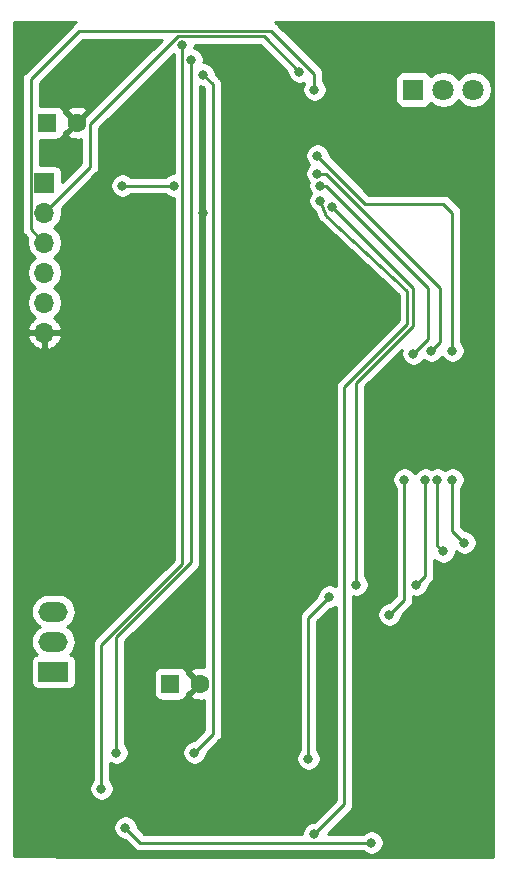
<source format=gbr>
%TF.GenerationSoftware,KiCad,Pcbnew,5.1.9+dfsg1-1*%
%TF.CreationDate,2021-05-25T15:45:51+02:00*%
%TF.ProjectId,vscp-din-wireless-esp32-flat,76736370-2d64-4696-9e2d-776972656c65,rev?*%
%TF.SameCoordinates,Original*%
%TF.FileFunction,Copper,L2,Bot*%
%TF.FilePolarity,Positive*%
%FSLAX46Y46*%
G04 Gerber Fmt 4.6, Leading zero omitted, Abs format (unit mm)*
G04 Created by KiCad (PCBNEW 5.1.9+dfsg1-1) date 2021-05-25 15:45:51*
%MOMM*%
%LPD*%
G01*
G04 APERTURE LIST*
%TA.AperFunction,ComponentPad*%
%ADD10O,2.500000X1.700000*%
%TD*%
%TA.AperFunction,ComponentPad*%
%ADD11R,2.500000X1.700000*%
%TD*%
%TA.AperFunction,ComponentPad*%
%ADD12C,1.600000*%
%TD*%
%TA.AperFunction,ComponentPad*%
%ADD13R,1.600000X1.600000*%
%TD*%
%TA.AperFunction,ComponentPad*%
%ADD14C,1.800000*%
%TD*%
%TA.AperFunction,ComponentPad*%
%ADD15R,1.800000X1.800000*%
%TD*%
%TA.AperFunction,ComponentPad*%
%ADD16O,1.700000X1.700000*%
%TD*%
%TA.AperFunction,ComponentPad*%
%ADD17R,1.700000X1.700000*%
%TD*%
%TA.AperFunction,ViaPad*%
%ADD18C,0.800000*%
%TD*%
%TA.AperFunction,Conductor*%
%ADD19C,0.250000*%
%TD*%
%TA.AperFunction,Conductor*%
%ADD20C,0.254000*%
%TD*%
%TA.AperFunction,Conductor*%
%ADD21C,0.100000*%
%TD*%
G04 APERTURE END LIST*
D10*
%TO.P,U2,3*%
%TO.N,VCC*%
X131064000Y-99568000D03*
%TO.P,U2,2*%
%TO.N,Net-(U2-Pad2)*%
X131064000Y-102108000D03*
D11*
%TO.P,U2,1*%
%TO.N,Net-(C5-Pad1)*%
X131064000Y-104648000D03*
%TD*%
D12*
%TO.P,C5,2*%
%TO.N,GND*%
X143470000Y-105664000D03*
D13*
%TO.P,C5,1*%
%TO.N,Net-(C5-Pad1)*%
X140970000Y-105664000D03*
%TD*%
D14*
%TO.P,D1,3*%
%TO.N,/leda*%
X166624000Y-55372000D03*
%TO.P,D1,2*%
%TO.N,Net-(D1-Pad2)*%
X164084000Y-55372000D03*
D15*
%TO.P,D1,1*%
%TO.N,/ledb*%
X161544000Y-55372000D03*
%TD*%
D12*
%TO.P,C2,2*%
%TO.N,GND*%
X133056000Y-58166000D03*
D13*
%TO.P,C2,1*%
%TO.N,VCC*%
X130556000Y-58166000D03*
%TD*%
D16*
%TO.P,J3,6*%
%TO.N,GND*%
X130302000Y-75946000D03*
%TO.P,J3,5*%
%TO.N,VCC*%
X130302000Y-73406000D03*
%TO.P,J3,4*%
%TO.N,/RESET*%
X130302000Y-70866000D03*
%TO.P,J3,3*%
%TO.N,/RXD*%
X130302000Y-68326000D03*
%TO.P,J3,2*%
%TO.N,/TXD*%
X130302000Y-65786000D03*
D17*
%TO.P,J3,1*%
%TO.N,/FLASH*%
X130302000Y-63246000D03*
%TD*%
D18*
%TO.N,GND*%
X150114000Y-95250000D03*
X138430000Y-75946000D03*
X136906000Y-95758000D03*
X130810000Y-106680000D03*
X133096000Y-52324000D03*
X128270000Y-52070000D03*
X154432000Y-57912000D03*
X143764000Y-65786000D03*
X151384000Y-58928000D03*
X153416000Y-50292000D03*
%TO.N,/sda*%
X143764000Y-54102000D03*
X143002000Y-111506000D03*
%TO.N,/scl*%
X142748000Y-52832000D03*
X136398000Y-111506000D03*
%TO.N,/TXD*%
X151892000Y-53848000D03*
%TO.N,/RXD*%
X153162000Y-55372000D03*
%TO.N,/irq*%
X141986000Y-51562000D03*
X135128000Y-114554000D03*
%TO.N,Net-(R5-Pad1)*%
X141261000Y-63500000D03*
X136906000Y-63500000D03*
%TO.N,Net-(J1-Pad12)*%
X137160000Y-117856000D03*
X157988000Y-119126000D03*
%TO.N,Net-(J1-Pad11)*%
X159512000Y-99822000D03*
X160782000Y-88392000D03*
%TO.N,Net-(J1-Pad10)*%
X154686000Y-65278000D03*
X156718000Y-97282000D03*
X154432000Y-98298000D03*
X152654000Y-112014000D03*
%TO.N,Net-(J1-Pad9)*%
X153670000Y-64770000D03*
X153162000Y-118401000D03*
%TO.N,Net-(J1-Pad14)*%
X165862000Y-93726000D03*
X164846000Y-88392000D03*
X164846000Y-77470000D03*
X153416000Y-60960000D03*
%TO.N,Net-(J1-Pad15)*%
X164079347Y-94483347D03*
X163576000Y-88392000D03*
X163068000Y-77470000D03*
X153416000Y-62484000D03*
%TO.N,Net-(J1-Pad13)*%
X161798000Y-97282000D03*
X162560000Y-88392000D03*
X161544000Y-77724000D03*
X153670000Y-63500000D03*
%TD*%
D19*
%TO.N,/sda*%
X144595001Y-54933001D02*
X144595001Y-109912999D01*
X144595001Y-109912999D02*
X143002000Y-111506000D01*
X143764000Y-54102000D02*
X144595001Y-54933001D01*
%TO.N,/scl*%
X136398000Y-101728410D02*
X136398000Y-111506000D01*
X142748000Y-95378410D02*
X136398000Y-101728410D01*
X142748000Y-52832000D02*
X142748000Y-95378410D01*
%TO.N,/TXD*%
X134181001Y-61906999D02*
X130302000Y-65786000D01*
X134181001Y-58293997D02*
X134181001Y-61906999D01*
X141637999Y-50836999D02*
X134181001Y-58293997D01*
X148880999Y-50836999D02*
X141637999Y-50836999D01*
X151892000Y-53848000D02*
X148880999Y-50836999D01*
%TO.N,/RXD*%
X129126999Y-54515001D02*
X129126999Y-67150999D01*
X133255011Y-50386989D02*
X129126999Y-54515001D01*
X149503991Y-50386989D02*
X133255011Y-50386989D01*
X129126999Y-67150999D02*
X130302000Y-68326000D01*
X153162000Y-54044998D02*
X149503991Y-50386989D01*
X153162000Y-55372000D02*
X153162000Y-54044998D01*
%TO.N,/irq*%
X141986000Y-51562000D02*
X141986000Y-95504000D01*
X135128000Y-102362000D02*
X135128000Y-114554000D01*
X141986000Y-95504000D02*
X135128000Y-102362000D01*
%TO.N,Net-(R5-Pad1)*%
X141261000Y-63500000D02*
X136906000Y-63500000D01*
%TO.N,Net-(J1-Pad12)*%
X138430000Y-119126000D02*
X157988000Y-119126000D01*
X137160000Y-117856000D02*
X138430000Y-119126000D01*
%TO.N,Net-(J1-Pad11)*%
X160782000Y-98552000D02*
X160782000Y-88392000D01*
X159512000Y-99822000D02*
X160782000Y-98552000D01*
%TO.N,Net-(J1-Pad10)*%
X152654000Y-100076000D02*
X152654000Y-112014000D01*
X154432000Y-98298000D02*
X152654000Y-100076000D01*
X156718000Y-80195412D02*
X156718000Y-97282000D01*
X161486009Y-75427403D02*
X156718000Y-80195412D01*
X161486009Y-72136000D02*
X161486009Y-75427403D01*
X154686000Y-65278000D02*
X161486009Y-72136000D01*
%TO.N,Net-(J1-Pad9)*%
X155702000Y-115861000D02*
X153162000Y-118401000D01*
X155702000Y-80575002D02*
X155702000Y-115861000D01*
X159512000Y-76765002D02*
X155702000Y-80575002D01*
X161036000Y-75184000D02*
X159512000Y-76765002D01*
X161036000Y-72413091D02*
X161036000Y-75184000D01*
X154178000Y-66040000D02*
X161036000Y-72413091D01*
X153670000Y-64770000D02*
X154178000Y-66040000D01*
%TO.N,Net-(J1-Pad14)*%
X164846000Y-92710000D02*
X164846000Y-88392000D01*
X165862000Y-93726000D02*
X164846000Y-92710000D01*
X164846000Y-65786000D02*
X164084000Y-65024000D01*
X164846000Y-77470000D02*
X164846000Y-65786000D01*
X157480000Y-65024000D02*
X153416000Y-60960000D01*
X164084000Y-65024000D02*
X157480000Y-65024000D01*
%TO.N,Net-(J1-Pad15)*%
X163576000Y-93980000D02*
X163576000Y-88392000D01*
X164079347Y-94483347D02*
X163576000Y-93980000D01*
X163068000Y-77470000D02*
X163830000Y-76708000D01*
X163830000Y-76708000D02*
X163830000Y-72136000D01*
X154178000Y-62484000D02*
X153416000Y-62484000D01*
X163830000Y-72136000D02*
X154178000Y-62484000D01*
%TO.N,Net-(J1-Pad13)*%
X162560000Y-96520000D02*
X162560000Y-88392000D01*
X161798000Y-97282000D02*
X162560000Y-96520000D01*
X161544000Y-77724000D02*
X162814000Y-76454000D01*
X162814000Y-76454000D02*
X162814000Y-72136000D01*
X162814000Y-72136000D02*
X154178000Y-63500000D01*
X154178000Y-63500000D02*
X153670000Y-63500000D01*
%TD*%
D20*
%TO.N,GND*%
X132830735Y-49752015D02*
X132715010Y-49846988D01*
X132691212Y-49875986D01*
X128616002Y-53951197D01*
X128586998Y-53975000D01*
X128560191Y-54007665D01*
X128492025Y-54090725D01*
X128421454Y-54222754D01*
X128421453Y-54222755D01*
X128377996Y-54366016D01*
X128366999Y-54477669D01*
X128366999Y-54477679D01*
X128363323Y-54515001D01*
X128366999Y-54552323D01*
X128367000Y-67113667D01*
X128363323Y-67150999D01*
X128377997Y-67299984D01*
X128421453Y-67443245D01*
X128492025Y-67575275D01*
X128563200Y-67662001D01*
X128586999Y-67691000D01*
X128615997Y-67714798D01*
X128860791Y-67959592D01*
X128817000Y-68179740D01*
X128817000Y-68472260D01*
X128874068Y-68759158D01*
X128986010Y-69029411D01*
X129148525Y-69272632D01*
X129355368Y-69479475D01*
X129529760Y-69596000D01*
X129355368Y-69712525D01*
X129148525Y-69919368D01*
X128986010Y-70162589D01*
X128874068Y-70432842D01*
X128817000Y-70719740D01*
X128817000Y-71012260D01*
X128874068Y-71299158D01*
X128986010Y-71569411D01*
X129148525Y-71812632D01*
X129355368Y-72019475D01*
X129529760Y-72136000D01*
X129355368Y-72252525D01*
X129148525Y-72459368D01*
X128986010Y-72702589D01*
X128874068Y-72972842D01*
X128817000Y-73259740D01*
X128817000Y-73552260D01*
X128874068Y-73839158D01*
X128986010Y-74109411D01*
X129148525Y-74352632D01*
X129355368Y-74559475D01*
X129537534Y-74681195D01*
X129420645Y-74750822D01*
X129204412Y-74945731D01*
X129030359Y-75179080D01*
X128905175Y-75441901D01*
X128860524Y-75589110D01*
X128981845Y-75819000D01*
X130175000Y-75819000D01*
X130175000Y-75799000D01*
X130429000Y-75799000D01*
X130429000Y-75819000D01*
X131622155Y-75819000D01*
X131743476Y-75589110D01*
X131698825Y-75441901D01*
X131573641Y-75179080D01*
X131399588Y-74945731D01*
X131183355Y-74750822D01*
X131066466Y-74681195D01*
X131248632Y-74559475D01*
X131455475Y-74352632D01*
X131617990Y-74109411D01*
X131729932Y-73839158D01*
X131787000Y-73552260D01*
X131787000Y-73259740D01*
X131729932Y-72972842D01*
X131617990Y-72702589D01*
X131455475Y-72459368D01*
X131248632Y-72252525D01*
X131074240Y-72136000D01*
X131248632Y-72019475D01*
X131455475Y-71812632D01*
X131617990Y-71569411D01*
X131729932Y-71299158D01*
X131787000Y-71012260D01*
X131787000Y-70719740D01*
X131729932Y-70432842D01*
X131617990Y-70162589D01*
X131455475Y-69919368D01*
X131248632Y-69712525D01*
X131074240Y-69596000D01*
X131248632Y-69479475D01*
X131455475Y-69272632D01*
X131617990Y-69029411D01*
X131729932Y-68759158D01*
X131787000Y-68472260D01*
X131787000Y-68179740D01*
X131729932Y-67892842D01*
X131617990Y-67622589D01*
X131455475Y-67379368D01*
X131248632Y-67172525D01*
X131074240Y-67056000D01*
X131248632Y-66939475D01*
X131455475Y-66732632D01*
X131617990Y-66489411D01*
X131729932Y-66219158D01*
X131787000Y-65932260D01*
X131787000Y-65639740D01*
X131743209Y-65419592D01*
X134692004Y-62470798D01*
X134721002Y-62447000D01*
X134815975Y-62331275D01*
X134886547Y-62199246D01*
X134930004Y-62055985D01*
X134941001Y-61944332D01*
X134941001Y-61944322D01*
X134944677Y-61906999D01*
X134941001Y-61869676D01*
X134941001Y-58608798D01*
X141226000Y-52323800D01*
X141226000Y-62465000D01*
X141159061Y-62465000D01*
X140959102Y-62504774D01*
X140770744Y-62582795D01*
X140601226Y-62696063D01*
X140557289Y-62740000D01*
X137609711Y-62740000D01*
X137565774Y-62696063D01*
X137396256Y-62582795D01*
X137207898Y-62504774D01*
X137007939Y-62465000D01*
X136804061Y-62465000D01*
X136604102Y-62504774D01*
X136415744Y-62582795D01*
X136246226Y-62696063D01*
X136102063Y-62840226D01*
X135988795Y-63009744D01*
X135910774Y-63198102D01*
X135871000Y-63398061D01*
X135871000Y-63601939D01*
X135910774Y-63801898D01*
X135988795Y-63990256D01*
X136102063Y-64159774D01*
X136246226Y-64303937D01*
X136415744Y-64417205D01*
X136604102Y-64495226D01*
X136804061Y-64535000D01*
X137007939Y-64535000D01*
X137207898Y-64495226D01*
X137396256Y-64417205D01*
X137565774Y-64303937D01*
X137609711Y-64260000D01*
X140557289Y-64260000D01*
X140601226Y-64303937D01*
X140770744Y-64417205D01*
X140959102Y-64495226D01*
X141159061Y-64535000D01*
X141226000Y-64535000D01*
X141226001Y-95189197D01*
X134617003Y-101798196D01*
X134587999Y-101821999D01*
X134542537Y-101877395D01*
X134493026Y-101937724D01*
X134448698Y-102020656D01*
X134422454Y-102069754D01*
X134378997Y-102213015D01*
X134368000Y-102324668D01*
X134368000Y-102324678D01*
X134364324Y-102362000D01*
X134368000Y-102399322D01*
X134368001Y-113850288D01*
X134324063Y-113894226D01*
X134210795Y-114063744D01*
X134132774Y-114252102D01*
X134093000Y-114452061D01*
X134093000Y-114655939D01*
X134132774Y-114855898D01*
X134210795Y-115044256D01*
X134324063Y-115213774D01*
X134468226Y-115357937D01*
X134637744Y-115471205D01*
X134826102Y-115549226D01*
X135026061Y-115589000D01*
X135229939Y-115589000D01*
X135429898Y-115549226D01*
X135618256Y-115471205D01*
X135787774Y-115357937D01*
X135931937Y-115213774D01*
X136045205Y-115044256D01*
X136123226Y-114855898D01*
X136163000Y-114655939D01*
X136163000Y-114452061D01*
X136123226Y-114252102D01*
X136045205Y-114063744D01*
X135931937Y-113894226D01*
X135888000Y-113850289D01*
X135888000Y-112410013D01*
X135907744Y-112423205D01*
X136096102Y-112501226D01*
X136296061Y-112541000D01*
X136499939Y-112541000D01*
X136699898Y-112501226D01*
X136888256Y-112423205D01*
X137057774Y-112309937D01*
X137201937Y-112165774D01*
X137315205Y-111996256D01*
X137393226Y-111807898D01*
X137433000Y-111607939D01*
X137433000Y-111404061D01*
X137393226Y-111204102D01*
X137315205Y-111015744D01*
X137201937Y-110846226D01*
X137158000Y-110802289D01*
X137158000Y-104864000D01*
X139531928Y-104864000D01*
X139531928Y-106464000D01*
X139544188Y-106588482D01*
X139580498Y-106708180D01*
X139639463Y-106818494D01*
X139718815Y-106915185D01*
X139815506Y-106994537D01*
X139925820Y-107053502D01*
X140045518Y-107089812D01*
X140170000Y-107102072D01*
X141770000Y-107102072D01*
X141894482Y-107089812D01*
X142014180Y-107053502D01*
X142124494Y-106994537D01*
X142221185Y-106915185D01*
X142300537Y-106818494D01*
X142359502Y-106708180D01*
X142395812Y-106588482D01*
X142408072Y-106464000D01*
X142408072Y-106456785D01*
X142477298Y-106477097D01*
X143290395Y-105664000D01*
X142477298Y-104850903D01*
X142408072Y-104871215D01*
X142408072Y-104864000D01*
X142395812Y-104739518D01*
X142359502Y-104619820D01*
X142300537Y-104509506D01*
X142221185Y-104412815D01*
X142124494Y-104333463D01*
X142014180Y-104274498D01*
X141894482Y-104238188D01*
X141770000Y-104225928D01*
X140170000Y-104225928D01*
X140045518Y-104238188D01*
X139925820Y-104274498D01*
X139815506Y-104333463D01*
X139718815Y-104412815D01*
X139639463Y-104509506D01*
X139580498Y-104619820D01*
X139544188Y-104739518D01*
X139531928Y-104864000D01*
X137158000Y-104864000D01*
X137158000Y-102043211D01*
X143259003Y-95942209D01*
X143288001Y-95918411D01*
X143315399Y-95885026D01*
X143382974Y-95802687D01*
X143453546Y-95670657D01*
X143492775Y-95541333D01*
X143497003Y-95527396D01*
X143508000Y-95415743D01*
X143508000Y-95415734D01*
X143511676Y-95378411D01*
X143508000Y-95341088D01*
X143508000Y-55106356D01*
X143662061Y-55137000D01*
X143724198Y-55137000D01*
X143835001Y-55247803D01*
X143835002Y-104276098D01*
X143681816Y-104237700D01*
X143399488Y-104223783D01*
X143119870Y-104265213D01*
X142853708Y-104360397D01*
X142728486Y-104427329D01*
X142656903Y-104671298D01*
X143470000Y-105484395D01*
X143484143Y-105470253D01*
X143663748Y-105649858D01*
X143649605Y-105664000D01*
X143663748Y-105678143D01*
X143484143Y-105857748D01*
X143470000Y-105843605D01*
X142656903Y-106656702D01*
X142728486Y-106900671D01*
X142983996Y-107021571D01*
X143258184Y-107090300D01*
X143540512Y-107104217D01*
X143820130Y-107062787D01*
X143835002Y-107057469D01*
X143835002Y-109598196D01*
X142962199Y-110471000D01*
X142900061Y-110471000D01*
X142700102Y-110510774D01*
X142511744Y-110588795D01*
X142342226Y-110702063D01*
X142198063Y-110846226D01*
X142084795Y-111015744D01*
X142006774Y-111204102D01*
X141967000Y-111404061D01*
X141967000Y-111607939D01*
X142006774Y-111807898D01*
X142084795Y-111996256D01*
X142198063Y-112165774D01*
X142342226Y-112309937D01*
X142511744Y-112423205D01*
X142700102Y-112501226D01*
X142900061Y-112541000D01*
X143103939Y-112541000D01*
X143303898Y-112501226D01*
X143492256Y-112423205D01*
X143661774Y-112309937D01*
X143805937Y-112165774D01*
X143919205Y-111996256D01*
X143997226Y-111807898D01*
X144037000Y-111607939D01*
X144037000Y-111545801D01*
X145106004Y-110476798D01*
X145135002Y-110453000D01*
X145229975Y-110337275D01*
X145300547Y-110205246D01*
X145344004Y-110061985D01*
X145355001Y-109950332D01*
X145358678Y-109912999D01*
X145355001Y-109875666D01*
X145355001Y-54970324D01*
X145358677Y-54933001D01*
X145355001Y-54895678D01*
X145355001Y-54895668D01*
X145344004Y-54784015D01*
X145300547Y-54640754D01*
X145285004Y-54611676D01*
X145229975Y-54508724D01*
X145158800Y-54421998D01*
X145135002Y-54393000D01*
X145106005Y-54369203D01*
X144799000Y-54062198D01*
X144799000Y-54000061D01*
X144759226Y-53800102D01*
X144681205Y-53611744D01*
X144567937Y-53442226D01*
X144423774Y-53298063D01*
X144254256Y-53184795D01*
X144065898Y-53106774D01*
X143865939Y-53067000D01*
X143756533Y-53067000D01*
X143783000Y-52933939D01*
X143783000Y-52730061D01*
X143743226Y-52530102D01*
X143665205Y-52341744D01*
X143551937Y-52172226D01*
X143407774Y-52028063D01*
X143238256Y-51914795D01*
X143049898Y-51836774D01*
X142989030Y-51824667D01*
X143021000Y-51663939D01*
X143021000Y-51596999D01*
X148566198Y-51596999D01*
X150857000Y-53887803D01*
X150857000Y-53949939D01*
X150896774Y-54149898D01*
X150974795Y-54338256D01*
X151088063Y-54507774D01*
X151232226Y-54651937D01*
X151401744Y-54765205D01*
X151590102Y-54843226D01*
X151790061Y-54883000D01*
X151993939Y-54883000D01*
X152193898Y-54843226D01*
X152299859Y-54799335D01*
X152244795Y-54881744D01*
X152166774Y-55070102D01*
X152127000Y-55270061D01*
X152127000Y-55473939D01*
X152166774Y-55673898D01*
X152244795Y-55862256D01*
X152358063Y-56031774D01*
X152502226Y-56175937D01*
X152671744Y-56289205D01*
X152860102Y-56367226D01*
X153060061Y-56407000D01*
X153263939Y-56407000D01*
X153463898Y-56367226D01*
X153652256Y-56289205D01*
X153821774Y-56175937D01*
X153965937Y-56031774D01*
X154079205Y-55862256D01*
X154157226Y-55673898D01*
X154197000Y-55473939D01*
X154197000Y-55270061D01*
X154157226Y-55070102D01*
X154079205Y-54881744D01*
X153965937Y-54712226D01*
X153922000Y-54668289D01*
X153922000Y-54472000D01*
X160005928Y-54472000D01*
X160005928Y-56272000D01*
X160018188Y-56396482D01*
X160054498Y-56516180D01*
X160113463Y-56626494D01*
X160192815Y-56723185D01*
X160289506Y-56802537D01*
X160399820Y-56861502D01*
X160519518Y-56897812D01*
X160644000Y-56910072D01*
X162444000Y-56910072D01*
X162568482Y-56897812D01*
X162688180Y-56861502D01*
X162798494Y-56802537D01*
X162895185Y-56723185D01*
X162974537Y-56626494D01*
X163033502Y-56516180D01*
X163039056Y-56497873D01*
X163105495Y-56564312D01*
X163356905Y-56732299D01*
X163636257Y-56848011D01*
X163932816Y-56907000D01*
X164235184Y-56907000D01*
X164531743Y-56848011D01*
X164811095Y-56732299D01*
X165062505Y-56564312D01*
X165276312Y-56350505D01*
X165354000Y-56234237D01*
X165431688Y-56350505D01*
X165645495Y-56564312D01*
X165896905Y-56732299D01*
X166176257Y-56848011D01*
X166472816Y-56907000D01*
X166775184Y-56907000D01*
X167071743Y-56848011D01*
X167351095Y-56732299D01*
X167602505Y-56564312D01*
X167816312Y-56350505D01*
X167984299Y-56099095D01*
X168100011Y-55819743D01*
X168159000Y-55523184D01*
X168159000Y-55220816D01*
X168100011Y-54924257D01*
X167984299Y-54644905D01*
X167816312Y-54393495D01*
X167602505Y-54179688D01*
X167351095Y-54011701D01*
X167071743Y-53895989D01*
X166775184Y-53837000D01*
X166472816Y-53837000D01*
X166176257Y-53895989D01*
X165896905Y-54011701D01*
X165645495Y-54179688D01*
X165431688Y-54393495D01*
X165354000Y-54509763D01*
X165276312Y-54393495D01*
X165062505Y-54179688D01*
X164811095Y-54011701D01*
X164531743Y-53895989D01*
X164235184Y-53837000D01*
X163932816Y-53837000D01*
X163636257Y-53895989D01*
X163356905Y-54011701D01*
X163105495Y-54179688D01*
X163039056Y-54246127D01*
X163033502Y-54227820D01*
X162974537Y-54117506D01*
X162895185Y-54020815D01*
X162798494Y-53941463D01*
X162688180Y-53882498D01*
X162568482Y-53846188D01*
X162444000Y-53833928D01*
X160644000Y-53833928D01*
X160519518Y-53846188D01*
X160399820Y-53882498D01*
X160289506Y-53941463D01*
X160192815Y-54020815D01*
X160113463Y-54117506D01*
X160054498Y-54227820D01*
X160018188Y-54347518D01*
X160005928Y-54472000D01*
X153922000Y-54472000D01*
X153922000Y-54082321D01*
X153925676Y-54044998D01*
X153922000Y-54007675D01*
X153922000Y-54007665D01*
X153911003Y-53896012D01*
X153867546Y-53752751D01*
X153805107Y-53635937D01*
X153796974Y-53620721D01*
X153725799Y-53533995D01*
X153702001Y-53504997D01*
X153673003Y-53481199D01*
X150067795Y-49875992D01*
X150043992Y-49846988D01*
X149928267Y-49752015D01*
X149802893Y-49685000D01*
X168315001Y-49685000D01*
X168315000Y-120315000D01*
X134798391Y-120315000D01*
X127685000Y-120271626D01*
X127685000Y-117754061D01*
X136125000Y-117754061D01*
X136125000Y-117957939D01*
X136164774Y-118157898D01*
X136242795Y-118346256D01*
X136356063Y-118515774D01*
X136500226Y-118659937D01*
X136669744Y-118773205D01*
X136858102Y-118851226D01*
X137058061Y-118891000D01*
X137120199Y-118891000D01*
X137866201Y-119637003D01*
X137889999Y-119666001D01*
X138005724Y-119760974D01*
X138137753Y-119831546D01*
X138281014Y-119875003D01*
X138392667Y-119886000D01*
X138392676Y-119886000D01*
X138429999Y-119889676D01*
X138467322Y-119886000D01*
X157284289Y-119886000D01*
X157328226Y-119929937D01*
X157497744Y-120043205D01*
X157686102Y-120121226D01*
X157886061Y-120161000D01*
X158089939Y-120161000D01*
X158289898Y-120121226D01*
X158478256Y-120043205D01*
X158647774Y-119929937D01*
X158791937Y-119785774D01*
X158905205Y-119616256D01*
X158983226Y-119427898D01*
X159023000Y-119227939D01*
X159023000Y-119024061D01*
X158983226Y-118824102D01*
X158905205Y-118635744D01*
X158791937Y-118466226D01*
X158647774Y-118322063D01*
X158478256Y-118208795D01*
X158289898Y-118130774D01*
X158089939Y-118091000D01*
X157886061Y-118091000D01*
X157686102Y-118130774D01*
X157497744Y-118208795D01*
X157328226Y-118322063D01*
X157284289Y-118366000D01*
X154271801Y-118366000D01*
X156213008Y-116424795D01*
X156242001Y-116401001D01*
X156265795Y-116372008D01*
X156265799Y-116372004D01*
X156336973Y-116285277D01*
X156336974Y-116285276D01*
X156407546Y-116153247D01*
X156451003Y-116009986D01*
X156462000Y-115898333D01*
X156462000Y-115898324D01*
X156465676Y-115861001D01*
X156462000Y-115823678D01*
X156462000Y-99720061D01*
X158477000Y-99720061D01*
X158477000Y-99923939D01*
X158516774Y-100123898D01*
X158594795Y-100312256D01*
X158708063Y-100481774D01*
X158852226Y-100625937D01*
X159021744Y-100739205D01*
X159210102Y-100817226D01*
X159410061Y-100857000D01*
X159613939Y-100857000D01*
X159813898Y-100817226D01*
X160002256Y-100739205D01*
X160171774Y-100625937D01*
X160315937Y-100481774D01*
X160429205Y-100312256D01*
X160507226Y-100123898D01*
X160547000Y-99923939D01*
X160547000Y-99861801D01*
X161293004Y-99115798D01*
X161322001Y-99092001D01*
X161416974Y-98976276D01*
X161487546Y-98844247D01*
X161531003Y-98700986D01*
X161542000Y-98589333D01*
X161542000Y-98589324D01*
X161545676Y-98552001D01*
X161542000Y-98514678D01*
X161542000Y-98286356D01*
X161696061Y-98317000D01*
X161899939Y-98317000D01*
X162099898Y-98277226D01*
X162288256Y-98199205D01*
X162457774Y-98085937D01*
X162601937Y-97941774D01*
X162715205Y-97772256D01*
X162793226Y-97583898D01*
X162833000Y-97383939D01*
X162833000Y-97321802D01*
X163071004Y-97083798D01*
X163100001Y-97060001D01*
X163194974Y-96944276D01*
X163265546Y-96812247D01*
X163309003Y-96668986D01*
X163320000Y-96557333D01*
X163320000Y-96557325D01*
X163323676Y-96520000D01*
X163320000Y-96482675D01*
X163320000Y-95187711D01*
X163419573Y-95287284D01*
X163589091Y-95400552D01*
X163777449Y-95478573D01*
X163977408Y-95518347D01*
X164181286Y-95518347D01*
X164381245Y-95478573D01*
X164569603Y-95400552D01*
X164739121Y-95287284D01*
X164883284Y-95143121D01*
X164996552Y-94973603D01*
X165074573Y-94785245D01*
X165114347Y-94585286D01*
X165114347Y-94442058D01*
X165202226Y-94529937D01*
X165371744Y-94643205D01*
X165560102Y-94721226D01*
X165760061Y-94761000D01*
X165963939Y-94761000D01*
X166163898Y-94721226D01*
X166352256Y-94643205D01*
X166521774Y-94529937D01*
X166665937Y-94385774D01*
X166779205Y-94216256D01*
X166857226Y-94027898D01*
X166897000Y-93827939D01*
X166897000Y-93624061D01*
X166857226Y-93424102D01*
X166779205Y-93235744D01*
X166665937Y-93066226D01*
X166521774Y-92922063D01*
X166352256Y-92808795D01*
X166163898Y-92730774D01*
X165963939Y-92691000D01*
X165901802Y-92691000D01*
X165606000Y-92395199D01*
X165606000Y-89095711D01*
X165649937Y-89051774D01*
X165763205Y-88882256D01*
X165841226Y-88693898D01*
X165881000Y-88493939D01*
X165881000Y-88290061D01*
X165841226Y-88090102D01*
X165763205Y-87901744D01*
X165649937Y-87732226D01*
X165505774Y-87588063D01*
X165336256Y-87474795D01*
X165147898Y-87396774D01*
X164947939Y-87357000D01*
X164744061Y-87357000D01*
X164544102Y-87396774D01*
X164355744Y-87474795D01*
X164211000Y-87571510D01*
X164066256Y-87474795D01*
X163877898Y-87396774D01*
X163677939Y-87357000D01*
X163474061Y-87357000D01*
X163274102Y-87396774D01*
X163085744Y-87474795D01*
X163068000Y-87486651D01*
X163050256Y-87474795D01*
X162861898Y-87396774D01*
X162661939Y-87357000D01*
X162458061Y-87357000D01*
X162258102Y-87396774D01*
X162069744Y-87474795D01*
X161900226Y-87588063D01*
X161756063Y-87732226D01*
X161671000Y-87859532D01*
X161585937Y-87732226D01*
X161441774Y-87588063D01*
X161272256Y-87474795D01*
X161083898Y-87396774D01*
X160883939Y-87357000D01*
X160680061Y-87357000D01*
X160480102Y-87396774D01*
X160291744Y-87474795D01*
X160122226Y-87588063D01*
X159978063Y-87732226D01*
X159864795Y-87901744D01*
X159786774Y-88090102D01*
X159747000Y-88290061D01*
X159747000Y-88493939D01*
X159786774Y-88693898D01*
X159864795Y-88882256D01*
X159978063Y-89051774D01*
X160022001Y-89095712D01*
X160022000Y-98237198D01*
X159472199Y-98787000D01*
X159410061Y-98787000D01*
X159210102Y-98826774D01*
X159021744Y-98904795D01*
X158852226Y-99018063D01*
X158708063Y-99162226D01*
X158594795Y-99331744D01*
X158516774Y-99520102D01*
X158477000Y-99720061D01*
X156462000Y-99720061D01*
X156462000Y-98286356D01*
X156616061Y-98317000D01*
X156819939Y-98317000D01*
X157019898Y-98277226D01*
X157208256Y-98199205D01*
X157377774Y-98085937D01*
X157521937Y-97941774D01*
X157635205Y-97772256D01*
X157713226Y-97583898D01*
X157753000Y-97383939D01*
X157753000Y-97180061D01*
X157713226Y-96980102D01*
X157635205Y-96791744D01*
X157521937Y-96622226D01*
X157478000Y-96578289D01*
X157478000Y-80510213D01*
X160544469Y-77443745D01*
X160509000Y-77622061D01*
X160509000Y-77825939D01*
X160548774Y-78025898D01*
X160626795Y-78214256D01*
X160740063Y-78383774D01*
X160884226Y-78527937D01*
X161053744Y-78641205D01*
X161242102Y-78719226D01*
X161442061Y-78759000D01*
X161645939Y-78759000D01*
X161845898Y-78719226D01*
X162034256Y-78641205D01*
X162203774Y-78527937D01*
X162347937Y-78383774D01*
X162417284Y-78279989D01*
X162577744Y-78387205D01*
X162766102Y-78465226D01*
X162966061Y-78505000D01*
X163169939Y-78505000D01*
X163369898Y-78465226D01*
X163558256Y-78387205D01*
X163727774Y-78273937D01*
X163871937Y-78129774D01*
X163957000Y-78002468D01*
X164042063Y-78129774D01*
X164186226Y-78273937D01*
X164355744Y-78387205D01*
X164544102Y-78465226D01*
X164744061Y-78505000D01*
X164947939Y-78505000D01*
X165147898Y-78465226D01*
X165336256Y-78387205D01*
X165505774Y-78273937D01*
X165649937Y-78129774D01*
X165763205Y-77960256D01*
X165841226Y-77771898D01*
X165881000Y-77571939D01*
X165881000Y-77368061D01*
X165841226Y-77168102D01*
X165763205Y-76979744D01*
X165649937Y-76810226D01*
X165606000Y-76766289D01*
X165606000Y-65823325D01*
X165609676Y-65786000D01*
X165606000Y-65748675D01*
X165606000Y-65748667D01*
X165595003Y-65637014D01*
X165551546Y-65493753D01*
X165480974Y-65361724D01*
X165386001Y-65245999D01*
X165357002Y-65222201D01*
X164647803Y-64513002D01*
X164624001Y-64483999D01*
X164508276Y-64389026D01*
X164376247Y-64318454D01*
X164232986Y-64274997D01*
X164121333Y-64264000D01*
X164121322Y-64264000D01*
X164084000Y-64260324D01*
X164046678Y-64264000D01*
X157794802Y-64264000D01*
X154451000Y-60920199D01*
X154451000Y-60858061D01*
X154411226Y-60658102D01*
X154333205Y-60469744D01*
X154219937Y-60300226D01*
X154075774Y-60156063D01*
X153906256Y-60042795D01*
X153717898Y-59964774D01*
X153517939Y-59925000D01*
X153314061Y-59925000D01*
X153114102Y-59964774D01*
X152925744Y-60042795D01*
X152756226Y-60156063D01*
X152612063Y-60300226D01*
X152498795Y-60469744D01*
X152420774Y-60658102D01*
X152381000Y-60858061D01*
X152381000Y-61061939D01*
X152420774Y-61261898D01*
X152498795Y-61450256D01*
X152612063Y-61619774D01*
X152714289Y-61722000D01*
X152612063Y-61824226D01*
X152498795Y-61993744D01*
X152420774Y-62182102D01*
X152381000Y-62382061D01*
X152381000Y-62585939D01*
X152420774Y-62785898D01*
X152498795Y-62974256D01*
X152612063Y-63143774D01*
X152673383Y-63205094D01*
X152635000Y-63398061D01*
X152635000Y-63601939D01*
X152674774Y-63801898D01*
X152752795Y-63990256D01*
X152849510Y-64135000D01*
X152752795Y-64279744D01*
X152674774Y-64468102D01*
X152635000Y-64668061D01*
X152635000Y-64871939D01*
X152674774Y-65071898D01*
X152752795Y-65260256D01*
X152866063Y-65429774D01*
X153010226Y-65573937D01*
X153179744Y-65687205D01*
X153226002Y-65706366D01*
X153465395Y-66304850D01*
X153483631Y-66357890D01*
X153511976Y-66406545D01*
X153537901Y-66456502D01*
X153549579Y-66471091D01*
X153558991Y-66487247D01*
X153596275Y-66529428D01*
X153631455Y-66573377D01*
X153674383Y-66609492D01*
X160276000Y-72744329D01*
X160276001Y-74877338D01*
X158969662Y-76232538D01*
X155191003Y-80011198D01*
X155161999Y-80035001D01*
X155106871Y-80102176D01*
X155067026Y-80150726D01*
X155043141Y-80195412D01*
X154996454Y-80282756D01*
X154952997Y-80426017D01*
X154942000Y-80537670D01*
X154942000Y-80537680D01*
X154938324Y-80575002D01*
X154942000Y-80612324D01*
X154942000Y-97393988D01*
X154922256Y-97380795D01*
X154733898Y-97302774D01*
X154533939Y-97263000D01*
X154330061Y-97263000D01*
X154130102Y-97302774D01*
X153941744Y-97380795D01*
X153772226Y-97494063D01*
X153628063Y-97638226D01*
X153514795Y-97807744D01*
X153436774Y-97996102D01*
X153397000Y-98196061D01*
X153397000Y-98258198D01*
X152143003Y-99512196D01*
X152113999Y-99535999D01*
X152087737Y-99568000D01*
X152019026Y-99651724D01*
X152007646Y-99673015D01*
X151948454Y-99783754D01*
X151904997Y-99927015D01*
X151894000Y-100038668D01*
X151894000Y-100038678D01*
X151890324Y-100076000D01*
X151894000Y-100113322D01*
X151894001Y-111310288D01*
X151850063Y-111354226D01*
X151736795Y-111523744D01*
X151658774Y-111712102D01*
X151619000Y-111912061D01*
X151619000Y-112115939D01*
X151658774Y-112315898D01*
X151736795Y-112504256D01*
X151850063Y-112673774D01*
X151994226Y-112817937D01*
X152163744Y-112931205D01*
X152352102Y-113009226D01*
X152552061Y-113049000D01*
X152755939Y-113049000D01*
X152955898Y-113009226D01*
X153144256Y-112931205D01*
X153313774Y-112817937D01*
X153457937Y-112673774D01*
X153571205Y-112504256D01*
X153649226Y-112315898D01*
X153689000Y-112115939D01*
X153689000Y-111912061D01*
X153649226Y-111712102D01*
X153571205Y-111523744D01*
X153457937Y-111354226D01*
X153414000Y-111310289D01*
X153414000Y-100390801D01*
X154471802Y-99333000D01*
X154533939Y-99333000D01*
X154733898Y-99293226D01*
X154922256Y-99215205D01*
X154942001Y-99202012D01*
X154942001Y-115546196D01*
X153122199Y-117366000D01*
X153060061Y-117366000D01*
X152860102Y-117405774D01*
X152671744Y-117483795D01*
X152502226Y-117597063D01*
X152358063Y-117741226D01*
X152244795Y-117910744D01*
X152166774Y-118099102D01*
X152127000Y-118299061D01*
X152127000Y-118366000D01*
X138744802Y-118366000D01*
X138195000Y-117816199D01*
X138195000Y-117754061D01*
X138155226Y-117554102D01*
X138077205Y-117365744D01*
X137963937Y-117196226D01*
X137819774Y-117052063D01*
X137650256Y-116938795D01*
X137461898Y-116860774D01*
X137261939Y-116821000D01*
X137058061Y-116821000D01*
X136858102Y-116860774D01*
X136669744Y-116938795D01*
X136500226Y-117052063D01*
X136356063Y-117196226D01*
X136242795Y-117365744D01*
X136164774Y-117554102D01*
X136125000Y-117754061D01*
X127685000Y-117754061D01*
X127685000Y-99568000D01*
X129171815Y-99568000D01*
X129200487Y-99859111D01*
X129285401Y-100139034D01*
X129423294Y-100397014D01*
X129608866Y-100623134D01*
X129834986Y-100808706D01*
X129889791Y-100838000D01*
X129834986Y-100867294D01*
X129608866Y-101052866D01*
X129423294Y-101278986D01*
X129285401Y-101536966D01*
X129200487Y-101816889D01*
X129171815Y-102108000D01*
X129200487Y-102399111D01*
X129285401Y-102679034D01*
X129423294Y-102937014D01*
X129608866Y-103163134D01*
X129638687Y-103187607D01*
X129569820Y-103208498D01*
X129459506Y-103267463D01*
X129362815Y-103346815D01*
X129283463Y-103443506D01*
X129224498Y-103553820D01*
X129188188Y-103673518D01*
X129175928Y-103798000D01*
X129175928Y-105498000D01*
X129188188Y-105622482D01*
X129224498Y-105742180D01*
X129283463Y-105852494D01*
X129362815Y-105949185D01*
X129459506Y-106028537D01*
X129569820Y-106087502D01*
X129689518Y-106123812D01*
X129814000Y-106136072D01*
X132314000Y-106136072D01*
X132438482Y-106123812D01*
X132558180Y-106087502D01*
X132668494Y-106028537D01*
X132765185Y-105949185D01*
X132844537Y-105852494D01*
X132903502Y-105742180D01*
X132939812Y-105622482D01*
X132952072Y-105498000D01*
X132952072Y-103798000D01*
X132939812Y-103673518D01*
X132903502Y-103553820D01*
X132844537Y-103443506D01*
X132765185Y-103346815D01*
X132668494Y-103267463D01*
X132558180Y-103208498D01*
X132489313Y-103187607D01*
X132519134Y-103163134D01*
X132704706Y-102937014D01*
X132842599Y-102679034D01*
X132927513Y-102399111D01*
X132956185Y-102108000D01*
X132927513Y-101816889D01*
X132842599Y-101536966D01*
X132704706Y-101278986D01*
X132519134Y-101052866D01*
X132293014Y-100867294D01*
X132238209Y-100838000D01*
X132293014Y-100808706D01*
X132519134Y-100623134D01*
X132704706Y-100397014D01*
X132842599Y-100139034D01*
X132927513Y-99859111D01*
X132956185Y-99568000D01*
X132927513Y-99276889D01*
X132842599Y-98996966D01*
X132704706Y-98738986D01*
X132519134Y-98512866D01*
X132293014Y-98327294D01*
X132035034Y-98189401D01*
X131755111Y-98104487D01*
X131536950Y-98083000D01*
X130591050Y-98083000D01*
X130372889Y-98104487D01*
X130092966Y-98189401D01*
X129834986Y-98327294D01*
X129608866Y-98512866D01*
X129423294Y-98738986D01*
X129285401Y-98996966D01*
X129200487Y-99276889D01*
X129171815Y-99568000D01*
X127685000Y-99568000D01*
X127685000Y-76302890D01*
X128860524Y-76302890D01*
X128905175Y-76450099D01*
X129030359Y-76712920D01*
X129204412Y-76946269D01*
X129420645Y-77141178D01*
X129670748Y-77290157D01*
X129945109Y-77387481D01*
X130175000Y-77266814D01*
X130175000Y-76073000D01*
X130429000Y-76073000D01*
X130429000Y-77266814D01*
X130658891Y-77387481D01*
X130933252Y-77290157D01*
X131183355Y-77141178D01*
X131399588Y-76946269D01*
X131573641Y-76712920D01*
X131698825Y-76450099D01*
X131743476Y-76302890D01*
X131622155Y-76073000D01*
X130429000Y-76073000D01*
X130175000Y-76073000D01*
X128981845Y-76073000D01*
X128860524Y-76302890D01*
X127685000Y-76302890D01*
X127685000Y-49685000D01*
X132956109Y-49685000D01*
X132830735Y-49752015D01*
%TA.AperFunction,Conductor*%
D21*
G36*
X132830735Y-49752015D02*
G01*
X132715010Y-49846988D01*
X132691212Y-49875986D01*
X128616002Y-53951197D01*
X128586998Y-53975000D01*
X128560191Y-54007665D01*
X128492025Y-54090725D01*
X128421454Y-54222754D01*
X128421453Y-54222755D01*
X128377996Y-54366016D01*
X128366999Y-54477669D01*
X128366999Y-54477679D01*
X128363323Y-54515001D01*
X128366999Y-54552323D01*
X128367000Y-67113667D01*
X128363323Y-67150999D01*
X128377997Y-67299984D01*
X128421453Y-67443245D01*
X128492025Y-67575275D01*
X128563200Y-67662001D01*
X128586999Y-67691000D01*
X128615997Y-67714798D01*
X128860791Y-67959592D01*
X128817000Y-68179740D01*
X128817000Y-68472260D01*
X128874068Y-68759158D01*
X128986010Y-69029411D01*
X129148525Y-69272632D01*
X129355368Y-69479475D01*
X129529760Y-69596000D01*
X129355368Y-69712525D01*
X129148525Y-69919368D01*
X128986010Y-70162589D01*
X128874068Y-70432842D01*
X128817000Y-70719740D01*
X128817000Y-71012260D01*
X128874068Y-71299158D01*
X128986010Y-71569411D01*
X129148525Y-71812632D01*
X129355368Y-72019475D01*
X129529760Y-72136000D01*
X129355368Y-72252525D01*
X129148525Y-72459368D01*
X128986010Y-72702589D01*
X128874068Y-72972842D01*
X128817000Y-73259740D01*
X128817000Y-73552260D01*
X128874068Y-73839158D01*
X128986010Y-74109411D01*
X129148525Y-74352632D01*
X129355368Y-74559475D01*
X129537534Y-74681195D01*
X129420645Y-74750822D01*
X129204412Y-74945731D01*
X129030359Y-75179080D01*
X128905175Y-75441901D01*
X128860524Y-75589110D01*
X128981845Y-75819000D01*
X130175000Y-75819000D01*
X130175000Y-75799000D01*
X130429000Y-75799000D01*
X130429000Y-75819000D01*
X131622155Y-75819000D01*
X131743476Y-75589110D01*
X131698825Y-75441901D01*
X131573641Y-75179080D01*
X131399588Y-74945731D01*
X131183355Y-74750822D01*
X131066466Y-74681195D01*
X131248632Y-74559475D01*
X131455475Y-74352632D01*
X131617990Y-74109411D01*
X131729932Y-73839158D01*
X131787000Y-73552260D01*
X131787000Y-73259740D01*
X131729932Y-72972842D01*
X131617990Y-72702589D01*
X131455475Y-72459368D01*
X131248632Y-72252525D01*
X131074240Y-72136000D01*
X131248632Y-72019475D01*
X131455475Y-71812632D01*
X131617990Y-71569411D01*
X131729932Y-71299158D01*
X131787000Y-71012260D01*
X131787000Y-70719740D01*
X131729932Y-70432842D01*
X131617990Y-70162589D01*
X131455475Y-69919368D01*
X131248632Y-69712525D01*
X131074240Y-69596000D01*
X131248632Y-69479475D01*
X131455475Y-69272632D01*
X131617990Y-69029411D01*
X131729932Y-68759158D01*
X131787000Y-68472260D01*
X131787000Y-68179740D01*
X131729932Y-67892842D01*
X131617990Y-67622589D01*
X131455475Y-67379368D01*
X131248632Y-67172525D01*
X131074240Y-67056000D01*
X131248632Y-66939475D01*
X131455475Y-66732632D01*
X131617990Y-66489411D01*
X131729932Y-66219158D01*
X131787000Y-65932260D01*
X131787000Y-65639740D01*
X131743209Y-65419592D01*
X134692004Y-62470798D01*
X134721002Y-62447000D01*
X134815975Y-62331275D01*
X134886547Y-62199246D01*
X134930004Y-62055985D01*
X134941001Y-61944332D01*
X134941001Y-61944322D01*
X134944677Y-61906999D01*
X134941001Y-61869676D01*
X134941001Y-58608798D01*
X141226000Y-52323800D01*
X141226000Y-62465000D01*
X141159061Y-62465000D01*
X140959102Y-62504774D01*
X140770744Y-62582795D01*
X140601226Y-62696063D01*
X140557289Y-62740000D01*
X137609711Y-62740000D01*
X137565774Y-62696063D01*
X137396256Y-62582795D01*
X137207898Y-62504774D01*
X137007939Y-62465000D01*
X136804061Y-62465000D01*
X136604102Y-62504774D01*
X136415744Y-62582795D01*
X136246226Y-62696063D01*
X136102063Y-62840226D01*
X135988795Y-63009744D01*
X135910774Y-63198102D01*
X135871000Y-63398061D01*
X135871000Y-63601939D01*
X135910774Y-63801898D01*
X135988795Y-63990256D01*
X136102063Y-64159774D01*
X136246226Y-64303937D01*
X136415744Y-64417205D01*
X136604102Y-64495226D01*
X136804061Y-64535000D01*
X137007939Y-64535000D01*
X137207898Y-64495226D01*
X137396256Y-64417205D01*
X137565774Y-64303937D01*
X137609711Y-64260000D01*
X140557289Y-64260000D01*
X140601226Y-64303937D01*
X140770744Y-64417205D01*
X140959102Y-64495226D01*
X141159061Y-64535000D01*
X141226000Y-64535000D01*
X141226001Y-95189197D01*
X134617003Y-101798196D01*
X134587999Y-101821999D01*
X134542537Y-101877395D01*
X134493026Y-101937724D01*
X134448698Y-102020656D01*
X134422454Y-102069754D01*
X134378997Y-102213015D01*
X134368000Y-102324668D01*
X134368000Y-102324678D01*
X134364324Y-102362000D01*
X134368000Y-102399322D01*
X134368001Y-113850288D01*
X134324063Y-113894226D01*
X134210795Y-114063744D01*
X134132774Y-114252102D01*
X134093000Y-114452061D01*
X134093000Y-114655939D01*
X134132774Y-114855898D01*
X134210795Y-115044256D01*
X134324063Y-115213774D01*
X134468226Y-115357937D01*
X134637744Y-115471205D01*
X134826102Y-115549226D01*
X135026061Y-115589000D01*
X135229939Y-115589000D01*
X135429898Y-115549226D01*
X135618256Y-115471205D01*
X135787774Y-115357937D01*
X135931937Y-115213774D01*
X136045205Y-115044256D01*
X136123226Y-114855898D01*
X136163000Y-114655939D01*
X136163000Y-114452061D01*
X136123226Y-114252102D01*
X136045205Y-114063744D01*
X135931937Y-113894226D01*
X135888000Y-113850289D01*
X135888000Y-112410013D01*
X135907744Y-112423205D01*
X136096102Y-112501226D01*
X136296061Y-112541000D01*
X136499939Y-112541000D01*
X136699898Y-112501226D01*
X136888256Y-112423205D01*
X137057774Y-112309937D01*
X137201937Y-112165774D01*
X137315205Y-111996256D01*
X137393226Y-111807898D01*
X137433000Y-111607939D01*
X137433000Y-111404061D01*
X137393226Y-111204102D01*
X137315205Y-111015744D01*
X137201937Y-110846226D01*
X137158000Y-110802289D01*
X137158000Y-104864000D01*
X139531928Y-104864000D01*
X139531928Y-106464000D01*
X139544188Y-106588482D01*
X139580498Y-106708180D01*
X139639463Y-106818494D01*
X139718815Y-106915185D01*
X139815506Y-106994537D01*
X139925820Y-107053502D01*
X140045518Y-107089812D01*
X140170000Y-107102072D01*
X141770000Y-107102072D01*
X141894482Y-107089812D01*
X142014180Y-107053502D01*
X142124494Y-106994537D01*
X142221185Y-106915185D01*
X142300537Y-106818494D01*
X142359502Y-106708180D01*
X142395812Y-106588482D01*
X142408072Y-106464000D01*
X142408072Y-106456785D01*
X142477298Y-106477097D01*
X143290395Y-105664000D01*
X142477298Y-104850903D01*
X142408072Y-104871215D01*
X142408072Y-104864000D01*
X142395812Y-104739518D01*
X142359502Y-104619820D01*
X142300537Y-104509506D01*
X142221185Y-104412815D01*
X142124494Y-104333463D01*
X142014180Y-104274498D01*
X141894482Y-104238188D01*
X141770000Y-104225928D01*
X140170000Y-104225928D01*
X140045518Y-104238188D01*
X139925820Y-104274498D01*
X139815506Y-104333463D01*
X139718815Y-104412815D01*
X139639463Y-104509506D01*
X139580498Y-104619820D01*
X139544188Y-104739518D01*
X139531928Y-104864000D01*
X137158000Y-104864000D01*
X137158000Y-102043211D01*
X143259003Y-95942209D01*
X143288001Y-95918411D01*
X143315399Y-95885026D01*
X143382974Y-95802687D01*
X143453546Y-95670657D01*
X143492775Y-95541333D01*
X143497003Y-95527396D01*
X143508000Y-95415743D01*
X143508000Y-95415734D01*
X143511676Y-95378411D01*
X143508000Y-95341088D01*
X143508000Y-55106356D01*
X143662061Y-55137000D01*
X143724198Y-55137000D01*
X143835001Y-55247803D01*
X143835002Y-104276098D01*
X143681816Y-104237700D01*
X143399488Y-104223783D01*
X143119870Y-104265213D01*
X142853708Y-104360397D01*
X142728486Y-104427329D01*
X142656903Y-104671298D01*
X143470000Y-105484395D01*
X143484143Y-105470253D01*
X143663748Y-105649858D01*
X143649605Y-105664000D01*
X143663748Y-105678143D01*
X143484143Y-105857748D01*
X143470000Y-105843605D01*
X142656903Y-106656702D01*
X142728486Y-106900671D01*
X142983996Y-107021571D01*
X143258184Y-107090300D01*
X143540512Y-107104217D01*
X143820130Y-107062787D01*
X143835002Y-107057469D01*
X143835002Y-109598196D01*
X142962199Y-110471000D01*
X142900061Y-110471000D01*
X142700102Y-110510774D01*
X142511744Y-110588795D01*
X142342226Y-110702063D01*
X142198063Y-110846226D01*
X142084795Y-111015744D01*
X142006774Y-111204102D01*
X141967000Y-111404061D01*
X141967000Y-111607939D01*
X142006774Y-111807898D01*
X142084795Y-111996256D01*
X142198063Y-112165774D01*
X142342226Y-112309937D01*
X142511744Y-112423205D01*
X142700102Y-112501226D01*
X142900061Y-112541000D01*
X143103939Y-112541000D01*
X143303898Y-112501226D01*
X143492256Y-112423205D01*
X143661774Y-112309937D01*
X143805937Y-112165774D01*
X143919205Y-111996256D01*
X143997226Y-111807898D01*
X144037000Y-111607939D01*
X144037000Y-111545801D01*
X145106004Y-110476798D01*
X145135002Y-110453000D01*
X145229975Y-110337275D01*
X145300547Y-110205246D01*
X145344004Y-110061985D01*
X145355001Y-109950332D01*
X145358678Y-109912999D01*
X145355001Y-109875666D01*
X145355001Y-54970324D01*
X145358677Y-54933001D01*
X145355001Y-54895678D01*
X145355001Y-54895668D01*
X145344004Y-54784015D01*
X145300547Y-54640754D01*
X145285004Y-54611676D01*
X145229975Y-54508724D01*
X145158800Y-54421998D01*
X145135002Y-54393000D01*
X145106005Y-54369203D01*
X144799000Y-54062198D01*
X144799000Y-54000061D01*
X144759226Y-53800102D01*
X144681205Y-53611744D01*
X144567937Y-53442226D01*
X144423774Y-53298063D01*
X144254256Y-53184795D01*
X144065898Y-53106774D01*
X143865939Y-53067000D01*
X143756533Y-53067000D01*
X143783000Y-52933939D01*
X143783000Y-52730061D01*
X143743226Y-52530102D01*
X143665205Y-52341744D01*
X143551937Y-52172226D01*
X143407774Y-52028063D01*
X143238256Y-51914795D01*
X143049898Y-51836774D01*
X142989030Y-51824667D01*
X143021000Y-51663939D01*
X143021000Y-51596999D01*
X148566198Y-51596999D01*
X150857000Y-53887803D01*
X150857000Y-53949939D01*
X150896774Y-54149898D01*
X150974795Y-54338256D01*
X151088063Y-54507774D01*
X151232226Y-54651937D01*
X151401744Y-54765205D01*
X151590102Y-54843226D01*
X151790061Y-54883000D01*
X151993939Y-54883000D01*
X152193898Y-54843226D01*
X152299859Y-54799335D01*
X152244795Y-54881744D01*
X152166774Y-55070102D01*
X152127000Y-55270061D01*
X152127000Y-55473939D01*
X152166774Y-55673898D01*
X152244795Y-55862256D01*
X152358063Y-56031774D01*
X152502226Y-56175937D01*
X152671744Y-56289205D01*
X152860102Y-56367226D01*
X153060061Y-56407000D01*
X153263939Y-56407000D01*
X153463898Y-56367226D01*
X153652256Y-56289205D01*
X153821774Y-56175937D01*
X153965937Y-56031774D01*
X154079205Y-55862256D01*
X154157226Y-55673898D01*
X154197000Y-55473939D01*
X154197000Y-55270061D01*
X154157226Y-55070102D01*
X154079205Y-54881744D01*
X153965937Y-54712226D01*
X153922000Y-54668289D01*
X153922000Y-54472000D01*
X160005928Y-54472000D01*
X160005928Y-56272000D01*
X160018188Y-56396482D01*
X160054498Y-56516180D01*
X160113463Y-56626494D01*
X160192815Y-56723185D01*
X160289506Y-56802537D01*
X160399820Y-56861502D01*
X160519518Y-56897812D01*
X160644000Y-56910072D01*
X162444000Y-56910072D01*
X162568482Y-56897812D01*
X162688180Y-56861502D01*
X162798494Y-56802537D01*
X162895185Y-56723185D01*
X162974537Y-56626494D01*
X163033502Y-56516180D01*
X163039056Y-56497873D01*
X163105495Y-56564312D01*
X163356905Y-56732299D01*
X163636257Y-56848011D01*
X163932816Y-56907000D01*
X164235184Y-56907000D01*
X164531743Y-56848011D01*
X164811095Y-56732299D01*
X165062505Y-56564312D01*
X165276312Y-56350505D01*
X165354000Y-56234237D01*
X165431688Y-56350505D01*
X165645495Y-56564312D01*
X165896905Y-56732299D01*
X166176257Y-56848011D01*
X166472816Y-56907000D01*
X166775184Y-56907000D01*
X167071743Y-56848011D01*
X167351095Y-56732299D01*
X167602505Y-56564312D01*
X167816312Y-56350505D01*
X167984299Y-56099095D01*
X168100011Y-55819743D01*
X168159000Y-55523184D01*
X168159000Y-55220816D01*
X168100011Y-54924257D01*
X167984299Y-54644905D01*
X167816312Y-54393495D01*
X167602505Y-54179688D01*
X167351095Y-54011701D01*
X167071743Y-53895989D01*
X166775184Y-53837000D01*
X166472816Y-53837000D01*
X166176257Y-53895989D01*
X165896905Y-54011701D01*
X165645495Y-54179688D01*
X165431688Y-54393495D01*
X165354000Y-54509763D01*
X165276312Y-54393495D01*
X165062505Y-54179688D01*
X164811095Y-54011701D01*
X164531743Y-53895989D01*
X164235184Y-53837000D01*
X163932816Y-53837000D01*
X163636257Y-53895989D01*
X163356905Y-54011701D01*
X163105495Y-54179688D01*
X163039056Y-54246127D01*
X163033502Y-54227820D01*
X162974537Y-54117506D01*
X162895185Y-54020815D01*
X162798494Y-53941463D01*
X162688180Y-53882498D01*
X162568482Y-53846188D01*
X162444000Y-53833928D01*
X160644000Y-53833928D01*
X160519518Y-53846188D01*
X160399820Y-53882498D01*
X160289506Y-53941463D01*
X160192815Y-54020815D01*
X160113463Y-54117506D01*
X160054498Y-54227820D01*
X160018188Y-54347518D01*
X160005928Y-54472000D01*
X153922000Y-54472000D01*
X153922000Y-54082321D01*
X153925676Y-54044998D01*
X153922000Y-54007675D01*
X153922000Y-54007665D01*
X153911003Y-53896012D01*
X153867546Y-53752751D01*
X153805107Y-53635937D01*
X153796974Y-53620721D01*
X153725799Y-53533995D01*
X153702001Y-53504997D01*
X153673003Y-53481199D01*
X150067795Y-49875992D01*
X150043992Y-49846988D01*
X149928267Y-49752015D01*
X149802893Y-49685000D01*
X168315001Y-49685000D01*
X168315000Y-120315000D01*
X134798391Y-120315000D01*
X127685000Y-120271626D01*
X127685000Y-117754061D01*
X136125000Y-117754061D01*
X136125000Y-117957939D01*
X136164774Y-118157898D01*
X136242795Y-118346256D01*
X136356063Y-118515774D01*
X136500226Y-118659937D01*
X136669744Y-118773205D01*
X136858102Y-118851226D01*
X137058061Y-118891000D01*
X137120199Y-118891000D01*
X137866201Y-119637003D01*
X137889999Y-119666001D01*
X138005724Y-119760974D01*
X138137753Y-119831546D01*
X138281014Y-119875003D01*
X138392667Y-119886000D01*
X138392676Y-119886000D01*
X138429999Y-119889676D01*
X138467322Y-119886000D01*
X157284289Y-119886000D01*
X157328226Y-119929937D01*
X157497744Y-120043205D01*
X157686102Y-120121226D01*
X157886061Y-120161000D01*
X158089939Y-120161000D01*
X158289898Y-120121226D01*
X158478256Y-120043205D01*
X158647774Y-119929937D01*
X158791937Y-119785774D01*
X158905205Y-119616256D01*
X158983226Y-119427898D01*
X159023000Y-119227939D01*
X159023000Y-119024061D01*
X158983226Y-118824102D01*
X158905205Y-118635744D01*
X158791937Y-118466226D01*
X158647774Y-118322063D01*
X158478256Y-118208795D01*
X158289898Y-118130774D01*
X158089939Y-118091000D01*
X157886061Y-118091000D01*
X157686102Y-118130774D01*
X157497744Y-118208795D01*
X157328226Y-118322063D01*
X157284289Y-118366000D01*
X154271801Y-118366000D01*
X156213008Y-116424795D01*
X156242001Y-116401001D01*
X156265795Y-116372008D01*
X156265799Y-116372004D01*
X156336973Y-116285277D01*
X156336974Y-116285276D01*
X156407546Y-116153247D01*
X156451003Y-116009986D01*
X156462000Y-115898333D01*
X156462000Y-115898324D01*
X156465676Y-115861001D01*
X156462000Y-115823678D01*
X156462000Y-99720061D01*
X158477000Y-99720061D01*
X158477000Y-99923939D01*
X158516774Y-100123898D01*
X158594795Y-100312256D01*
X158708063Y-100481774D01*
X158852226Y-100625937D01*
X159021744Y-100739205D01*
X159210102Y-100817226D01*
X159410061Y-100857000D01*
X159613939Y-100857000D01*
X159813898Y-100817226D01*
X160002256Y-100739205D01*
X160171774Y-100625937D01*
X160315937Y-100481774D01*
X160429205Y-100312256D01*
X160507226Y-100123898D01*
X160547000Y-99923939D01*
X160547000Y-99861801D01*
X161293004Y-99115798D01*
X161322001Y-99092001D01*
X161416974Y-98976276D01*
X161487546Y-98844247D01*
X161531003Y-98700986D01*
X161542000Y-98589333D01*
X161542000Y-98589324D01*
X161545676Y-98552001D01*
X161542000Y-98514678D01*
X161542000Y-98286356D01*
X161696061Y-98317000D01*
X161899939Y-98317000D01*
X162099898Y-98277226D01*
X162288256Y-98199205D01*
X162457774Y-98085937D01*
X162601937Y-97941774D01*
X162715205Y-97772256D01*
X162793226Y-97583898D01*
X162833000Y-97383939D01*
X162833000Y-97321802D01*
X163071004Y-97083798D01*
X163100001Y-97060001D01*
X163194974Y-96944276D01*
X163265546Y-96812247D01*
X163309003Y-96668986D01*
X163320000Y-96557333D01*
X163320000Y-96557325D01*
X163323676Y-96520000D01*
X163320000Y-96482675D01*
X163320000Y-95187711D01*
X163419573Y-95287284D01*
X163589091Y-95400552D01*
X163777449Y-95478573D01*
X163977408Y-95518347D01*
X164181286Y-95518347D01*
X164381245Y-95478573D01*
X164569603Y-95400552D01*
X164739121Y-95287284D01*
X164883284Y-95143121D01*
X164996552Y-94973603D01*
X165074573Y-94785245D01*
X165114347Y-94585286D01*
X165114347Y-94442058D01*
X165202226Y-94529937D01*
X165371744Y-94643205D01*
X165560102Y-94721226D01*
X165760061Y-94761000D01*
X165963939Y-94761000D01*
X166163898Y-94721226D01*
X166352256Y-94643205D01*
X166521774Y-94529937D01*
X166665937Y-94385774D01*
X166779205Y-94216256D01*
X166857226Y-94027898D01*
X166897000Y-93827939D01*
X166897000Y-93624061D01*
X166857226Y-93424102D01*
X166779205Y-93235744D01*
X166665937Y-93066226D01*
X166521774Y-92922063D01*
X166352256Y-92808795D01*
X166163898Y-92730774D01*
X165963939Y-92691000D01*
X165901802Y-92691000D01*
X165606000Y-92395199D01*
X165606000Y-89095711D01*
X165649937Y-89051774D01*
X165763205Y-88882256D01*
X165841226Y-88693898D01*
X165881000Y-88493939D01*
X165881000Y-88290061D01*
X165841226Y-88090102D01*
X165763205Y-87901744D01*
X165649937Y-87732226D01*
X165505774Y-87588063D01*
X165336256Y-87474795D01*
X165147898Y-87396774D01*
X164947939Y-87357000D01*
X164744061Y-87357000D01*
X164544102Y-87396774D01*
X164355744Y-87474795D01*
X164211000Y-87571510D01*
X164066256Y-87474795D01*
X163877898Y-87396774D01*
X163677939Y-87357000D01*
X163474061Y-87357000D01*
X163274102Y-87396774D01*
X163085744Y-87474795D01*
X163068000Y-87486651D01*
X163050256Y-87474795D01*
X162861898Y-87396774D01*
X162661939Y-87357000D01*
X162458061Y-87357000D01*
X162258102Y-87396774D01*
X162069744Y-87474795D01*
X161900226Y-87588063D01*
X161756063Y-87732226D01*
X161671000Y-87859532D01*
X161585937Y-87732226D01*
X161441774Y-87588063D01*
X161272256Y-87474795D01*
X161083898Y-87396774D01*
X160883939Y-87357000D01*
X160680061Y-87357000D01*
X160480102Y-87396774D01*
X160291744Y-87474795D01*
X160122226Y-87588063D01*
X159978063Y-87732226D01*
X159864795Y-87901744D01*
X159786774Y-88090102D01*
X159747000Y-88290061D01*
X159747000Y-88493939D01*
X159786774Y-88693898D01*
X159864795Y-88882256D01*
X159978063Y-89051774D01*
X160022001Y-89095712D01*
X160022000Y-98237198D01*
X159472199Y-98787000D01*
X159410061Y-98787000D01*
X159210102Y-98826774D01*
X159021744Y-98904795D01*
X158852226Y-99018063D01*
X158708063Y-99162226D01*
X158594795Y-99331744D01*
X158516774Y-99520102D01*
X158477000Y-99720061D01*
X156462000Y-99720061D01*
X156462000Y-98286356D01*
X156616061Y-98317000D01*
X156819939Y-98317000D01*
X157019898Y-98277226D01*
X157208256Y-98199205D01*
X157377774Y-98085937D01*
X157521937Y-97941774D01*
X157635205Y-97772256D01*
X157713226Y-97583898D01*
X157753000Y-97383939D01*
X157753000Y-97180061D01*
X157713226Y-96980102D01*
X157635205Y-96791744D01*
X157521937Y-96622226D01*
X157478000Y-96578289D01*
X157478000Y-80510213D01*
X160544469Y-77443745D01*
X160509000Y-77622061D01*
X160509000Y-77825939D01*
X160548774Y-78025898D01*
X160626795Y-78214256D01*
X160740063Y-78383774D01*
X160884226Y-78527937D01*
X161053744Y-78641205D01*
X161242102Y-78719226D01*
X161442061Y-78759000D01*
X161645939Y-78759000D01*
X161845898Y-78719226D01*
X162034256Y-78641205D01*
X162203774Y-78527937D01*
X162347937Y-78383774D01*
X162417284Y-78279989D01*
X162577744Y-78387205D01*
X162766102Y-78465226D01*
X162966061Y-78505000D01*
X163169939Y-78505000D01*
X163369898Y-78465226D01*
X163558256Y-78387205D01*
X163727774Y-78273937D01*
X163871937Y-78129774D01*
X163957000Y-78002468D01*
X164042063Y-78129774D01*
X164186226Y-78273937D01*
X164355744Y-78387205D01*
X164544102Y-78465226D01*
X164744061Y-78505000D01*
X164947939Y-78505000D01*
X165147898Y-78465226D01*
X165336256Y-78387205D01*
X165505774Y-78273937D01*
X165649937Y-78129774D01*
X165763205Y-77960256D01*
X165841226Y-77771898D01*
X165881000Y-77571939D01*
X165881000Y-77368061D01*
X165841226Y-77168102D01*
X165763205Y-76979744D01*
X165649937Y-76810226D01*
X165606000Y-76766289D01*
X165606000Y-65823325D01*
X165609676Y-65786000D01*
X165606000Y-65748675D01*
X165606000Y-65748667D01*
X165595003Y-65637014D01*
X165551546Y-65493753D01*
X165480974Y-65361724D01*
X165386001Y-65245999D01*
X165357002Y-65222201D01*
X164647803Y-64513002D01*
X164624001Y-64483999D01*
X164508276Y-64389026D01*
X164376247Y-64318454D01*
X164232986Y-64274997D01*
X164121333Y-64264000D01*
X164121322Y-64264000D01*
X164084000Y-64260324D01*
X164046678Y-64264000D01*
X157794802Y-64264000D01*
X154451000Y-60920199D01*
X154451000Y-60858061D01*
X154411226Y-60658102D01*
X154333205Y-60469744D01*
X154219937Y-60300226D01*
X154075774Y-60156063D01*
X153906256Y-60042795D01*
X153717898Y-59964774D01*
X153517939Y-59925000D01*
X153314061Y-59925000D01*
X153114102Y-59964774D01*
X152925744Y-60042795D01*
X152756226Y-60156063D01*
X152612063Y-60300226D01*
X152498795Y-60469744D01*
X152420774Y-60658102D01*
X152381000Y-60858061D01*
X152381000Y-61061939D01*
X152420774Y-61261898D01*
X152498795Y-61450256D01*
X152612063Y-61619774D01*
X152714289Y-61722000D01*
X152612063Y-61824226D01*
X152498795Y-61993744D01*
X152420774Y-62182102D01*
X152381000Y-62382061D01*
X152381000Y-62585939D01*
X152420774Y-62785898D01*
X152498795Y-62974256D01*
X152612063Y-63143774D01*
X152673383Y-63205094D01*
X152635000Y-63398061D01*
X152635000Y-63601939D01*
X152674774Y-63801898D01*
X152752795Y-63990256D01*
X152849510Y-64135000D01*
X152752795Y-64279744D01*
X152674774Y-64468102D01*
X152635000Y-64668061D01*
X152635000Y-64871939D01*
X152674774Y-65071898D01*
X152752795Y-65260256D01*
X152866063Y-65429774D01*
X153010226Y-65573937D01*
X153179744Y-65687205D01*
X153226002Y-65706366D01*
X153465395Y-66304850D01*
X153483631Y-66357890D01*
X153511976Y-66406545D01*
X153537901Y-66456502D01*
X153549579Y-66471091D01*
X153558991Y-66487247D01*
X153596275Y-66529428D01*
X153631455Y-66573377D01*
X153674383Y-66609492D01*
X160276000Y-72744329D01*
X160276001Y-74877338D01*
X158969662Y-76232538D01*
X155191003Y-80011198D01*
X155161999Y-80035001D01*
X155106871Y-80102176D01*
X155067026Y-80150726D01*
X155043141Y-80195412D01*
X154996454Y-80282756D01*
X154952997Y-80426017D01*
X154942000Y-80537670D01*
X154942000Y-80537680D01*
X154938324Y-80575002D01*
X154942000Y-80612324D01*
X154942000Y-97393988D01*
X154922256Y-97380795D01*
X154733898Y-97302774D01*
X154533939Y-97263000D01*
X154330061Y-97263000D01*
X154130102Y-97302774D01*
X153941744Y-97380795D01*
X153772226Y-97494063D01*
X153628063Y-97638226D01*
X153514795Y-97807744D01*
X153436774Y-97996102D01*
X153397000Y-98196061D01*
X153397000Y-98258198D01*
X152143003Y-99512196D01*
X152113999Y-99535999D01*
X152087737Y-99568000D01*
X152019026Y-99651724D01*
X152007646Y-99673015D01*
X151948454Y-99783754D01*
X151904997Y-99927015D01*
X151894000Y-100038668D01*
X151894000Y-100038678D01*
X151890324Y-100076000D01*
X151894000Y-100113322D01*
X151894001Y-111310288D01*
X151850063Y-111354226D01*
X151736795Y-111523744D01*
X151658774Y-111712102D01*
X151619000Y-111912061D01*
X151619000Y-112115939D01*
X151658774Y-112315898D01*
X151736795Y-112504256D01*
X151850063Y-112673774D01*
X151994226Y-112817937D01*
X152163744Y-112931205D01*
X152352102Y-113009226D01*
X152552061Y-113049000D01*
X152755939Y-113049000D01*
X152955898Y-113009226D01*
X153144256Y-112931205D01*
X153313774Y-112817937D01*
X153457937Y-112673774D01*
X153571205Y-112504256D01*
X153649226Y-112315898D01*
X153689000Y-112115939D01*
X153689000Y-111912061D01*
X153649226Y-111712102D01*
X153571205Y-111523744D01*
X153457937Y-111354226D01*
X153414000Y-111310289D01*
X153414000Y-100390801D01*
X154471802Y-99333000D01*
X154533939Y-99333000D01*
X154733898Y-99293226D01*
X154922256Y-99215205D01*
X154942001Y-99202012D01*
X154942001Y-115546196D01*
X153122199Y-117366000D01*
X153060061Y-117366000D01*
X152860102Y-117405774D01*
X152671744Y-117483795D01*
X152502226Y-117597063D01*
X152358063Y-117741226D01*
X152244795Y-117910744D01*
X152166774Y-118099102D01*
X152127000Y-118299061D01*
X152127000Y-118366000D01*
X138744802Y-118366000D01*
X138195000Y-117816199D01*
X138195000Y-117754061D01*
X138155226Y-117554102D01*
X138077205Y-117365744D01*
X137963937Y-117196226D01*
X137819774Y-117052063D01*
X137650256Y-116938795D01*
X137461898Y-116860774D01*
X137261939Y-116821000D01*
X137058061Y-116821000D01*
X136858102Y-116860774D01*
X136669744Y-116938795D01*
X136500226Y-117052063D01*
X136356063Y-117196226D01*
X136242795Y-117365744D01*
X136164774Y-117554102D01*
X136125000Y-117754061D01*
X127685000Y-117754061D01*
X127685000Y-99568000D01*
X129171815Y-99568000D01*
X129200487Y-99859111D01*
X129285401Y-100139034D01*
X129423294Y-100397014D01*
X129608866Y-100623134D01*
X129834986Y-100808706D01*
X129889791Y-100838000D01*
X129834986Y-100867294D01*
X129608866Y-101052866D01*
X129423294Y-101278986D01*
X129285401Y-101536966D01*
X129200487Y-101816889D01*
X129171815Y-102108000D01*
X129200487Y-102399111D01*
X129285401Y-102679034D01*
X129423294Y-102937014D01*
X129608866Y-103163134D01*
X129638687Y-103187607D01*
X129569820Y-103208498D01*
X129459506Y-103267463D01*
X129362815Y-103346815D01*
X129283463Y-103443506D01*
X129224498Y-103553820D01*
X129188188Y-103673518D01*
X129175928Y-103798000D01*
X129175928Y-105498000D01*
X129188188Y-105622482D01*
X129224498Y-105742180D01*
X129283463Y-105852494D01*
X129362815Y-105949185D01*
X129459506Y-106028537D01*
X129569820Y-106087502D01*
X129689518Y-106123812D01*
X129814000Y-106136072D01*
X132314000Y-106136072D01*
X132438482Y-106123812D01*
X132558180Y-106087502D01*
X132668494Y-106028537D01*
X132765185Y-105949185D01*
X132844537Y-105852494D01*
X132903502Y-105742180D01*
X132939812Y-105622482D01*
X132952072Y-105498000D01*
X132952072Y-103798000D01*
X132939812Y-103673518D01*
X132903502Y-103553820D01*
X132844537Y-103443506D01*
X132765185Y-103346815D01*
X132668494Y-103267463D01*
X132558180Y-103208498D01*
X132489313Y-103187607D01*
X132519134Y-103163134D01*
X132704706Y-102937014D01*
X132842599Y-102679034D01*
X132927513Y-102399111D01*
X132956185Y-102108000D01*
X132927513Y-101816889D01*
X132842599Y-101536966D01*
X132704706Y-101278986D01*
X132519134Y-101052866D01*
X132293014Y-100867294D01*
X132238209Y-100838000D01*
X132293014Y-100808706D01*
X132519134Y-100623134D01*
X132704706Y-100397014D01*
X132842599Y-100139034D01*
X132927513Y-99859111D01*
X132956185Y-99568000D01*
X132927513Y-99276889D01*
X132842599Y-98996966D01*
X132704706Y-98738986D01*
X132519134Y-98512866D01*
X132293014Y-98327294D01*
X132035034Y-98189401D01*
X131755111Y-98104487D01*
X131536950Y-98083000D01*
X130591050Y-98083000D01*
X130372889Y-98104487D01*
X130092966Y-98189401D01*
X129834986Y-98327294D01*
X129608866Y-98512866D01*
X129423294Y-98738986D01*
X129285401Y-98996966D01*
X129200487Y-99276889D01*
X129171815Y-99568000D01*
X127685000Y-99568000D01*
X127685000Y-76302890D01*
X128860524Y-76302890D01*
X128905175Y-76450099D01*
X129030359Y-76712920D01*
X129204412Y-76946269D01*
X129420645Y-77141178D01*
X129670748Y-77290157D01*
X129945109Y-77387481D01*
X130175000Y-77266814D01*
X130175000Y-76073000D01*
X130429000Y-76073000D01*
X130429000Y-77266814D01*
X130658891Y-77387481D01*
X130933252Y-77290157D01*
X131183355Y-77141178D01*
X131399588Y-76946269D01*
X131573641Y-76712920D01*
X131698825Y-76450099D01*
X131743476Y-76302890D01*
X131622155Y-76073000D01*
X130429000Y-76073000D01*
X130175000Y-76073000D01*
X128981845Y-76073000D01*
X128860524Y-76302890D01*
X127685000Y-76302890D01*
X127685000Y-49685000D01*
X132956109Y-49685000D01*
X132830735Y-49752015D01*
G37*
%TD.AperFunction*%
D20*
X133670004Y-57730193D02*
X133641000Y-57753996D01*
X133610755Y-57790850D01*
X133235605Y-58166000D01*
X133249748Y-58180143D01*
X133070143Y-58359748D01*
X133056000Y-58345605D01*
X132242903Y-59158702D01*
X132314486Y-59402671D01*
X132569996Y-59523571D01*
X132844184Y-59592300D01*
X133126512Y-59606217D01*
X133406130Y-59564787D01*
X133421001Y-59559469D01*
X133421002Y-61592196D01*
X131790072Y-63223126D01*
X131790072Y-62396000D01*
X131777812Y-62271518D01*
X131741502Y-62151820D01*
X131682537Y-62041506D01*
X131603185Y-61944815D01*
X131506494Y-61865463D01*
X131396180Y-61806498D01*
X131276482Y-61770188D01*
X131152000Y-61757928D01*
X129886999Y-61757928D01*
X129886999Y-59604072D01*
X131356000Y-59604072D01*
X131480482Y-59591812D01*
X131600180Y-59555502D01*
X131710494Y-59496537D01*
X131807185Y-59417185D01*
X131886537Y-59320494D01*
X131945502Y-59210180D01*
X131981812Y-59090482D01*
X131994072Y-58966000D01*
X131994072Y-58958785D01*
X132063298Y-58979097D01*
X132876395Y-58166000D01*
X132063298Y-57352903D01*
X131994072Y-57373215D01*
X131994072Y-57366000D01*
X131981812Y-57241518D01*
X131961118Y-57173298D01*
X132242903Y-57173298D01*
X133056000Y-57986395D01*
X133869097Y-57173298D01*
X133797514Y-56929329D01*
X133542004Y-56808429D01*
X133267816Y-56739700D01*
X132985488Y-56725783D01*
X132705870Y-56767213D01*
X132439708Y-56862397D01*
X132314486Y-56929329D01*
X132242903Y-57173298D01*
X131961118Y-57173298D01*
X131945502Y-57121820D01*
X131886537Y-57011506D01*
X131807185Y-56914815D01*
X131710494Y-56835463D01*
X131600180Y-56776498D01*
X131480482Y-56740188D01*
X131356000Y-56727928D01*
X129886999Y-56727928D01*
X129886999Y-54829802D01*
X133569813Y-51146989D01*
X140253207Y-51146989D01*
X133670004Y-57730193D01*
%TA.AperFunction,Conductor*%
D21*
G36*
X133670004Y-57730193D02*
G01*
X133641000Y-57753996D01*
X133610755Y-57790850D01*
X133235605Y-58166000D01*
X133249748Y-58180143D01*
X133070143Y-58359748D01*
X133056000Y-58345605D01*
X132242903Y-59158702D01*
X132314486Y-59402671D01*
X132569996Y-59523571D01*
X132844184Y-59592300D01*
X133126512Y-59606217D01*
X133406130Y-59564787D01*
X133421001Y-59559469D01*
X133421002Y-61592196D01*
X131790072Y-63223126D01*
X131790072Y-62396000D01*
X131777812Y-62271518D01*
X131741502Y-62151820D01*
X131682537Y-62041506D01*
X131603185Y-61944815D01*
X131506494Y-61865463D01*
X131396180Y-61806498D01*
X131276482Y-61770188D01*
X131152000Y-61757928D01*
X129886999Y-61757928D01*
X129886999Y-59604072D01*
X131356000Y-59604072D01*
X131480482Y-59591812D01*
X131600180Y-59555502D01*
X131710494Y-59496537D01*
X131807185Y-59417185D01*
X131886537Y-59320494D01*
X131945502Y-59210180D01*
X131981812Y-59090482D01*
X131994072Y-58966000D01*
X131994072Y-58958785D01*
X132063298Y-58979097D01*
X132876395Y-58166000D01*
X132063298Y-57352903D01*
X131994072Y-57373215D01*
X131994072Y-57366000D01*
X131981812Y-57241518D01*
X131961118Y-57173298D01*
X132242903Y-57173298D01*
X133056000Y-57986395D01*
X133869097Y-57173298D01*
X133797514Y-56929329D01*
X133542004Y-56808429D01*
X133267816Y-56739700D01*
X132985488Y-56725783D01*
X132705870Y-56767213D01*
X132439708Y-56862397D01*
X132314486Y-56929329D01*
X132242903Y-57173298D01*
X131961118Y-57173298D01*
X131945502Y-57121820D01*
X131886537Y-57011506D01*
X131807185Y-56914815D01*
X131710494Y-56835463D01*
X131600180Y-56776498D01*
X131480482Y-56740188D01*
X131356000Y-56727928D01*
X129886999Y-56727928D01*
X129886999Y-54829802D01*
X133569813Y-51146989D01*
X140253207Y-51146989D01*
X133670004Y-57730193D01*
G37*
%TD.AperFunction*%
%TD*%
M02*

</source>
